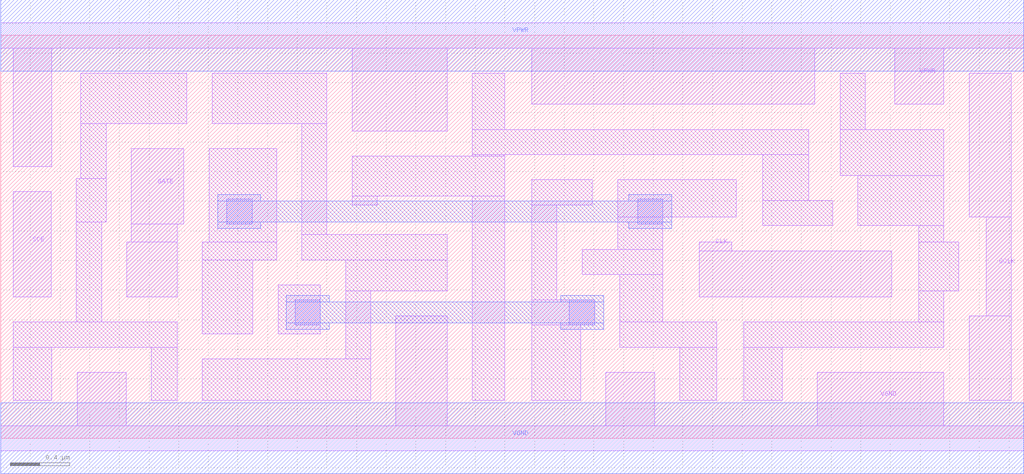
<source format=lef>
# Copyright 2020 The SkyWater PDK Authors
#
# Licensed under the Apache License, Version 2.0 (the "License");
# you may not use this file except in compliance with the License.
# You may obtain a copy of the License at
#
#     https://www.apache.org/licenses/LICENSE-2.0
#
# Unless required by applicable law or agreed to in writing, software
# distributed under the License is distributed on an "AS IS" BASIS,
# WITHOUT WARRANTIES OR CONDITIONS OF ANY KIND, either express or implied.
# See the License for the specific language governing permissions and
# limitations under the License.
#
# SPDX-License-Identifier: Apache-2.0

VERSION 5.5 ;
NAMESCASESENSITIVE ON ;
BUSBITCHARS "[]" ;
DIVIDERCHAR "/" ;
MACRO sky130_fd_sc_hd__sdlclkp_1
  CLASS CORE ;
  SOURCE USER ;
  ORIGIN  0.000000  0.000000 ;
  SIZE  6.900000 BY  2.720000 ;
  SYMMETRY X Y R90 ;
  SITE unithd ;
  PIN GATE
    ANTENNAGATEAREA  0.159000 ;
    DIRECTION INPUT ;
    USE SIGNAL ;
    PORT
      LAYER li1 ;
        RECT 0.850000 0.955000 1.190000 1.325000 ;
        RECT 0.880000 1.325000 1.190000 1.445000 ;
        RECT 0.880000 1.445000 1.235000 1.955000 ;
    END
  END GATE
  PIN GCLK
    ANTENNADIFFAREA  0.429000 ;
    DIRECTION OUTPUT ;
    USE SIGNAL ;
    PORT
      LAYER li1 ;
        RECT 6.530000 0.255000 6.815000 0.825000 ;
        RECT 6.530000 1.495000 6.815000 2.465000 ;
        RECT 6.645000 0.825000 6.815000 1.495000 ;
    END
  END GCLK
  PIN SCE
    ANTENNAGATEAREA  0.159000 ;
    DIRECTION INPUT ;
    USE SIGNAL ;
    PORT
      LAYER li1 ;
        RECT 0.085000 0.955000 0.340000 1.665000 ;
    END
  END SCE
  PIN CLK
    ANTENNAGATEAREA  0.318000 ;
    DIRECTION INPUT ;
    USE CLOCK ;
    PORT
      LAYER li1 ;
        RECT 4.710000 0.955000 6.010000 1.265000 ;
        RECT 4.710000 1.265000 4.930000 1.325000 ;
    END
  END CLK
  PIN VGND
    DIRECTION INOUT ;
    SHAPE ABUTMENT ;
    USE GROUND ;
    PORT
      LAYER li1 ;
        RECT 0.000000 -0.085000 6.900000 0.085000 ;
        RECT 0.515000  0.085000 0.845000 0.445000 ;
        RECT 2.665000  0.085000 3.010000 0.825000 ;
        RECT 4.080000  0.085000 4.410000 0.445000 ;
        RECT 5.505000  0.085000 6.360000 0.445000 ;
    END
    PORT
      LAYER met1 ;
        RECT 0.000000 -0.240000 6.900000 0.240000 ;
    END
  END VGND
  PIN VPWR
    DIRECTION INOUT ;
    SHAPE ABUTMENT ;
    USE POWER ;
    PORT
      LAYER li1 ;
        RECT 0.000000 2.635000 6.900000 2.805000 ;
        RECT 0.085000 1.835000 0.345000 2.635000 ;
        RECT 2.370000 2.075000 3.010000 2.635000 ;
        RECT 3.580000 2.255000 5.490000 2.635000 ;
        RECT 6.030000 2.255000 6.360000 2.635000 ;
    END
    PORT
      LAYER met1 ;
        RECT 0.000000 2.480000 6.900000 2.960000 ;
    END
  END VPWR
  OBS
    LAYER li1 ;
      RECT 0.085000 0.255000 0.345000 0.615000 ;
      RECT 0.085000 0.615000 1.190000 0.785000 ;
      RECT 0.510000 0.785000 0.680000 1.460000 ;
      RECT 0.510000 1.460000 0.710000 1.755000 ;
      RECT 0.540000 1.755000 0.710000 2.125000 ;
      RECT 0.540000 2.125000 1.255000 2.465000 ;
      RECT 1.015000 0.255000 1.190000 0.615000 ;
      RECT 1.360000 0.255000 2.495000 0.535000 ;
      RECT 1.360000 0.705000 1.700000 1.205000 ;
      RECT 1.360000 1.205000 1.860000 1.325000 ;
      RECT 1.405000 1.325000 1.860000 1.955000 ;
      RECT 1.425000 2.125000 2.200000 2.465000 ;
      RECT 1.870000 0.705000 2.155000 1.035000 ;
      RECT 2.030000 1.205000 3.010000 1.375000 ;
      RECT 2.030000 1.375000 2.200000 2.125000 ;
      RECT 2.325000 0.535000 2.495000 0.995000 ;
      RECT 2.325000 0.995000 3.010000 1.205000 ;
      RECT 2.370000 1.575000 2.540000 1.635000 ;
      RECT 2.370000 1.635000 3.400000 1.905000 ;
      RECT 3.180000 0.255000 3.400000 1.635000 ;
      RECT 3.180000 1.905000 3.400000 1.915000 ;
      RECT 3.180000 1.915000 5.450000 2.085000 ;
      RECT 3.180000 2.085000 3.400000 2.465000 ;
      RECT 3.580000 0.255000 3.910000 0.765000 ;
      RECT 3.580000 0.765000 4.005000 0.935000 ;
      RECT 3.580000 0.935000 3.750000 1.575000 ;
      RECT 3.580000 1.575000 3.990000 1.745000 ;
      RECT 3.920000 1.105000 4.465000 1.275000 ;
      RECT 4.160000 1.275000 4.465000 1.495000 ;
      RECT 4.160000 1.495000 4.960000 1.745000 ;
      RECT 4.175000 0.615000 4.830000 0.785000 ;
      RECT 4.175000 0.785000 4.465000 1.105000 ;
      RECT 4.580000 0.255000 4.830000 0.615000 ;
      RECT 5.010000 0.255000 5.270000 0.615000 ;
      RECT 5.010000 0.615000 6.360000 0.785000 ;
      RECT 5.140000 1.435000 5.610000 1.605000 ;
      RECT 5.140000 1.605000 5.450000 1.915000 ;
      RECT 5.660000 1.775000 6.360000 2.085000 ;
      RECT 5.660000 2.085000 5.830000 2.465000 ;
      RECT 5.780000 1.435000 6.360000 1.775000 ;
      RECT 6.190000 0.785000 6.360000 0.995000 ;
      RECT 6.190000 0.995000 6.460000 1.325000 ;
      RECT 6.190000 1.325000 6.360000 1.435000 ;
    LAYER mcon ;
      RECT 1.525000 1.445000 1.695000 1.615000 ;
      RECT 1.985000 0.765000 2.155000 0.935000 ;
      RECT 3.835000 0.765000 4.005000 0.935000 ;
      RECT 4.295000 1.445000 4.465000 1.615000 ;
    LAYER met1 ;
      RECT 1.465000 1.415000 1.755000 1.460000 ;
      RECT 1.465000 1.460000 4.525000 1.600000 ;
      RECT 1.465000 1.600000 1.755000 1.645000 ;
      RECT 1.925000 0.735000 2.215000 0.780000 ;
      RECT 1.925000 0.780000 4.065000 0.920000 ;
      RECT 1.925000 0.920000 2.215000 0.965000 ;
      RECT 3.775000 0.735000 4.065000 0.780000 ;
      RECT 3.775000 0.920000 4.065000 0.965000 ;
      RECT 4.235000 1.415000 4.525000 1.460000 ;
      RECT 4.235000 1.600000 4.525000 1.645000 ;
  END
END sky130_fd_sc_hd__sdlclkp_1

</source>
